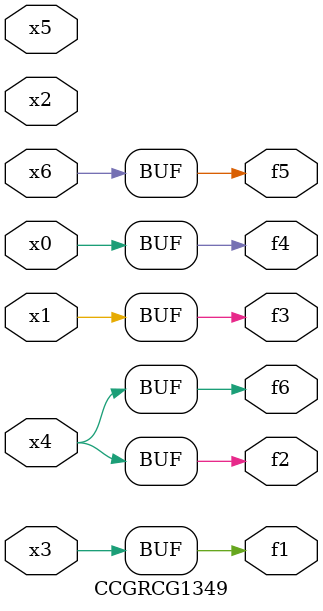
<source format=v>
module CCGRCG1349(
	input x0, x1, x2, x3, x4, x5, x6,
	output f1, f2, f3, f4, f5, f6
);
	assign f1 = x3;
	assign f2 = x4;
	assign f3 = x1;
	assign f4 = x0;
	assign f5 = x6;
	assign f6 = x4;
endmodule

</source>
